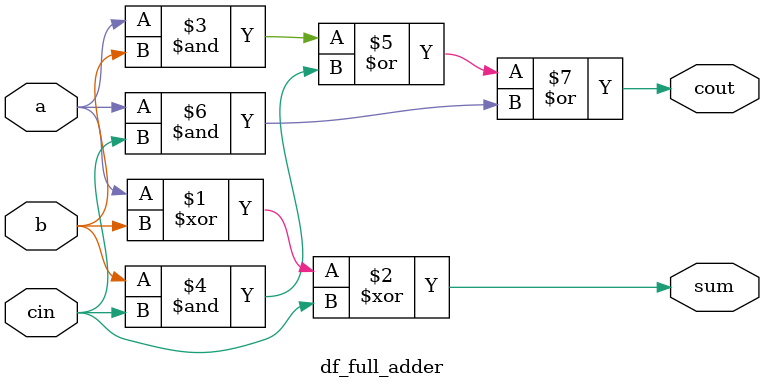
<source format=v>
module df_full_adder(a,b,cin,sum,cout);

input a,b,cin;
output sum,cout;

assign sum = a ^ b ^ cin;
assign cout = (a & b) | (b & cin) | (a & cin);

endmodule
</source>
